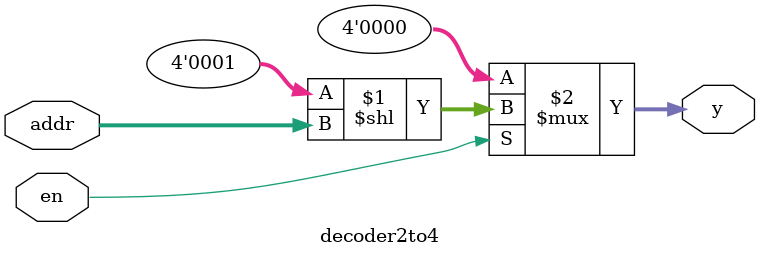
<source format=v>
`timescale 1ns / 1ps

module decoder2to4(
    input  wire [1:0] addr,
    input  wire en,
    output wire [3:0] y
);
    assign y = en ? (4'b0001 << addr) : 4'b0000;
endmodule


</source>
